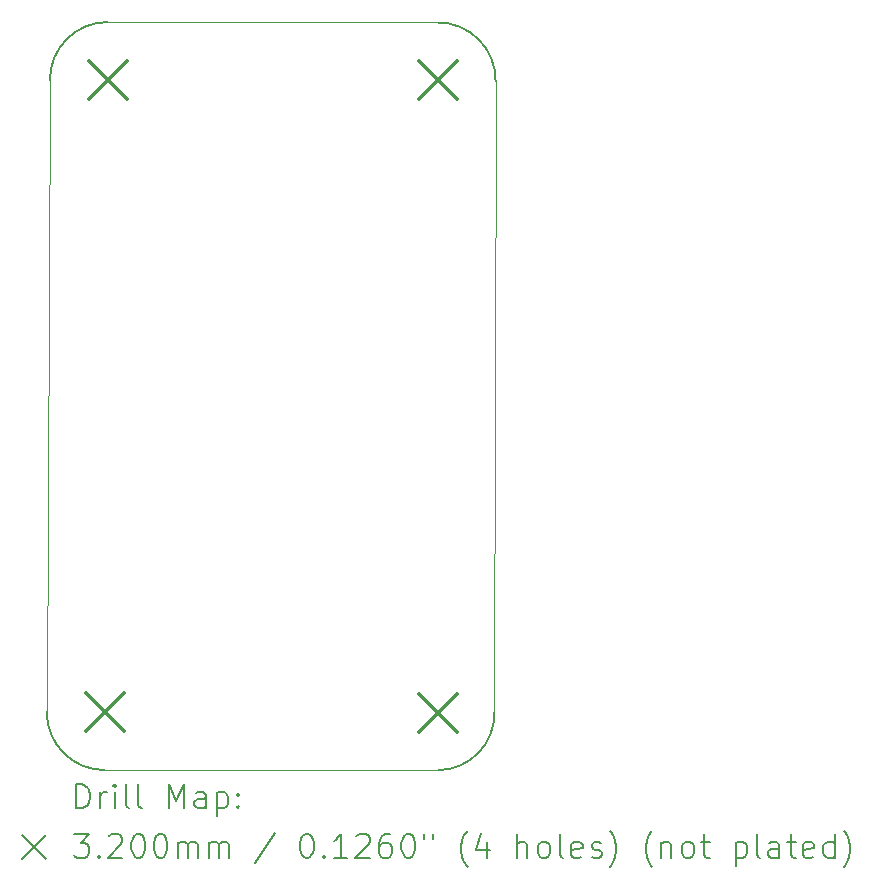
<source format=gbr>
%TF.GenerationSoftware,KiCad,Pcbnew,7.0.7*%
%TF.CreationDate,2023-10-16T17:55:10+02:00*%
%TF.ProjectId,arduino-nano-radio-receiver,61726475-696e-46f2-9d6e-616e6f2d7261,0*%
%TF.SameCoordinates,Original*%
%TF.FileFunction,Drillmap*%
%TF.FilePolarity,Positive*%
%FSLAX45Y45*%
G04 Gerber Fmt 4.5, Leading zero omitted, Abs format (unit mm)*
G04 Created by KiCad (PCBNEW 7.0.7) date 2023-10-16 17:55:10*
%MOMM*%
%LPD*%
G01*
G04 APERTURE LIST*
%ADD10C,0.100000*%
%ADD11C,0.200000*%
%ADD12C,0.320000*%
G04 APERTURE END LIST*
D10*
X7920000Y-8950000D02*
X7946482Y-3596482D01*
D11*
X8436482Y-3106482D02*
G75*
G03*
X7946482Y-3596482I0J-490000D01*
G01*
D10*
X8436482Y-3106482D02*
X11230000Y-3109974D01*
X8410000Y-9440000D02*
X11240000Y-9440000D01*
X11720000Y-3605000D02*
X11710008Y-8950400D01*
D11*
X11720000Y-3605000D02*
G75*
G03*
X11230000Y-3109974I-490000J5000D01*
G01*
X7920000Y-8950000D02*
G75*
G03*
X8410000Y-9440000I490000J0D01*
G01*
X11240000Y-9440000D02*
G75*
G03*
X11710008Y-8950400I-10000J480000D01*
G01*
D12*
X8250000Y-8790000D02*
X8570000Y-9110000D01*
X8570000Y-8790000D02*
X8250000Y-9110000D01*
X8276482Y-3436482D02*
X8596482Y-3756482D01*
X8596482Y-3436482D02*
X8276482Y-3756482D01*
X11070000Y-3440000D02*
X11390000Y-3760000D01*
X11390000Y-3440000D02*
X11070000Y-3760000D01*
X11070000Y-8800000D02*
X11390000Y-9120000D01*
X11390000Y-8800000D02*
X11070000Y-9120000D01*
D11*
X8170777Y-9761484D02*
X8170777Y-9561484D01*
X8170777Y-9561484D02*
X8218396Y-9561484D01*
X8218396Y-9561484D02*
X8246967Y-9571008D01*
X8246967Y-9571008D02*
X8266015Y-9590055D01*
X8266015Y-9590055D02*
X8275539Y-9609103D01*
X8275539Y-9609103D02*
X8285062Y-9647198D01*
X8285062Y-9647198D02*
X8285062Y-9675770D01*
X8285062Y-9675770D02*
X8275539Y-9713865D01*
X8275539Y-9713865D02*
X8266015Y-9732912D01*
X8266015Y-9732912D02*
X8246967Y-9751960D01*
X8246967Y-9751960D02*
X8218396Y-9761484D01*
X8218396Y-9761484D02*
X8170777Y-9761484D01*
X8370777Y-9761484D02*
X8370777Y-9628150D01*
X8370777Y-9666246D02*
X8380301Y-9647198D01*
X8380301Y-9647198D02*
X8389824Y-9637674D01*
X8389824Y-9637674D02*
X8408872Y-9628150D01*
X8408872Y-9628150D02*
X8427920Y-9628150D01*
X8494586Y-9761484D02*
X8494586Y-9628150D01*
X8494586Y-9561484D02*
X8485063Y-9571008D01*
X8485063Y-9571008D02*
X8494586Y-9580531D01*
X8494586Y-9580531D02*
X8504110Y-9571008D01*
X8504110Y-9571008D02*
X8494586Y-9561484D01*
X8494586Y-9561484D02*
X8494586Y-9580531D01*
X8618396Y-9761484D02*
X8599348Y-9751960D01*
X8599348Y-9751960D02*
X8589824Y-9732912D01*
X8589824Y-9732912D02*
X8589824Y-9561484D01*
X8723158Y-9761484D02*
X8704110Y-9751960D01*
X8704110Y-9751960D02*
X8694586Y-9732912D01*
X8694586Y-9732912D02*
X8694586Y-9561484D01*
X8951729Y-9761484D02*
X8951729Y-9561484D01*
X8951729Y-9561484D02*
X9018396Y-9704341D01*
X9018396Y-9704341D02*
X9085063Y-9561484D01*
X9085063Y-9561484D02*
X9085063Y-9761484D01*
X9266015Y-9761484D02*
X9266015Y-9656722D01*
X9266015Y-9656722D02*
X9256491Y-9637674D01*
X9256491Y-9637674D02*
X9237444Y-9628150D01*
X9237444Y-9628150D02*
X9199348Y-9628150D01*
X9199348Y-9628150D02*
X9180301Y-9637674D01*
X9266015Y-9751960D02*
X9246967Y-9761484D01*
X9246967Y-9761484D02*
X9199348Y-9761484D01*
X9199348Y-9761484D02*
X9180301Y-9751960D01*
X9180301Y-9751960D02*
X9170777Y-9732912D01*
X9170777Y-9732912D02*
X9170777Y-9713865D01*
X9170777Y-9713865D02*
X9180301Y-9694817D01*
X9180301Y-9694817D02*
X9199348Y-9685293D01*
X9199348Y-9685293D02*
X9246967Y-9685293D01*
X9246967Y-9685293D02*
X9266015Y-9675770D01*
X9361253Y-9628150D02*
X9361253Y-9828150D01*
X9361253Y-9637674D02*
X9380301Y-9628150D01*
X9380301Y-9628150D02*
X9418396Y-9628150D01*
X9418396Y-9628150D02*
X9437444Y-9637674D01*
X9437444Y-9637674D02*
X9446967Y-9647198D01*
X9446967Y-9647198D02*
X9456491Y-9666246D01*
X9456491Y-9666246D02*
X9456491Y-9723389D01*
X9456491Y-9723389D02*
X9446967Y-9742436D01*
X9446967Y-9742436D02*
X9437444Y-9751960D01*
X9437444Y-9751960D02*
X9418396Y-9761484D01*
X9418396Y-9761484D02*
X9380301Y-9761484D01*
X9380301Y-9761484D02*
X9361253Y-9751960D01*
X9542205Y-9742436D02*
X9551729Y-9751960D01*
X9551729Y-9751960D02*
X9542205Y-9761484D01*
X9542205Y-9761484D02*
X9532682Y-9751960D01*
X9532682Y-9751960D02*
X9542205Y-9742436D01*
X9542205Y-9742436D02*
X9542205Y-9761484D01*
X9542205Y-9637674D02*
X9551729Y-9647198D01*
X9551729Y-9647198D02*
X9542205Y-9656722D01*
X9542205Y-9656722D02*
X9532682Y-9647198D01*
X9532682Y-9647198D02*
X9542205Y-9637674D01*
X9542205Y-9637674D02*
X9542205Y-9656722D01*
X7710000Y-9990000D02*
X7910000Y-10190000D01*
X7910000Y-9990000D02*
X7710000Y-10190000D01*
X8151729Y-9981484D02*
X8275539Y-9981484D01*
X8275539Y-9981484D02*
X8208872Y-10057674D01*
X8208872Y-10057674D02*
X8237443Y-10057674D01*
X8237443Y-10057674D02*
X8256491Y-10067198D01*
X8256491Y-10067198D02*
X8266015Y-10076722D01*
X8266015Y-10076722D02*
X8275539Y-10095770D01*
X8275539Y-10095770D02*
X8275539Y-10143389D01*
X8275539Y-10143389D02*
X8266015Y-10162436D01*
X8266015Y-10162436D02*
X8256491Y-10171960D01*
X8256491Y-10171960D02*
X8237443Y-10181484D01*
X8237443Y-10181484D02*
X8180301Y-10181484D01*
X8180301Y-10181484D02*
X8161253Y-10171960D01*
X8161253Y-10171960D02*
X8151729Y-10162436D01*
X8361253Y-10162436D02*
X8370777Y-10171960D01*
X8370777Y-10171960D02*
X8361253Y-10181484D01*
X8361253Y-10181484D02*
X8351729Y-10171960D01*
X8351729Y-10171960D02*
X8361253Y-10162436D01*
X8361253Y-10162436D02*
X8361253Y-10181484D01*
X8446967Y-10000531D02*
X8456491Y-9991008D01*
X8456491Y-9991008D02*
X8475539Y-9981484D01*
X8475539Y-9981484D02*
X8523158Y-9981484D01*
X8523158Y-9981484D02*
X8542205Y-9991008D01*
X8542205Y-9991008D02*
X8551729Y-10000531D01*
X8551729Y-10000531D02*
X8561253Y-10019579D01*
X8561253Y-10019579D02*
X8561253Y-10038627D01*
X8561253Y-10038627D02*
X8551729Y-10067198D01*
X8551729Y-10067198D02*
X8437444Y-10181484D01*
X8437444Y-10181484D02*
X8561253Y-10181484D01*
X8685063Y-9981484D02*
X8704110Y-9981484D01*
X8704110Y-9981484D02*
X8723158Y-9991008D01*
X8723158Y-9991008D02*
X8732682Y-10000531D01*
X8732682Y-10000531D02*
X8742205Y-10019579D01*
X8742205Y-10019579D02*
X8751729Y-10057674D01*
X8751729Y-10057674D02*
X8751729Y-10105293D01*
X8751729Y-10105293D02*
X8742205Y-10143389D01*
X8742205Y-10143389D02*
X8732682Y-10162436D01*
X8732682Y-10162436D02*
X8723158Y-10171960D01*
X8723158Y-10171960D02*
X8704110Y-10181484D01*
X8704110Y-10181484D02*
X8685063Y-10181484D01*
X8685063Y-10181484D02*
X8666015Y-10171960D01*
X8666015Y-10171960D02*
X8656491Y-10162436D01*
X8656491Y-10162436D02*
X8646967Y-10143389D01*
X8646967Y-10143389D02*
X8637444Y-10105293D01*
X8637444Y-10105293D02*
X8637444Y-10057674D01*
X8637444Y-10057674D02*
X8646967Y-10019579D01*
X8646967Y-10019579D02*
X8656491Y-10000531D01*
X8656491Y-10000531D02*
X8666015Y-9991008D01*
X8666015Y-9991008D02*
X8685063Y-9981484D01*
X8875539Y-9981484D02*
X8894586Y-9981484D01*
X8894586Y-9981484D02*
X8913634Y-9991008D01*
X8913634Y-9991008D02*
X8923158Y-10000531D01*
X8923158Y-10000531D02*
X8932682Y-10019579D01*
X8932682Y-10019579D02*
X8942205Y-10057674D01*
X8942205Y-10057674D02*
X8942205Y-10105293D01*
X8942205Y-10105293D02*
X8932682Y-10143389D01*
X8932682Y-10143389D02*
X8923158Y-10162436D01*
X8923158Y-10162436D02*
X8913634Y-10171960D01*
X8913634Y-10171960D02*
X8894586Y-10181484D01*
X8894586Y-10181484D02*
X8875539Y-10181484D01*
X8875539Y-10181484D02*
X8856491Y-10171960D01*
X8856491Y-10171960D02*
X8846967Y-10162436D01*
X8846967Y-10162436D02*
X8837444Y-10143389D01*
X8837444Y-10143389D02*
X8827920Y-10105293D01*
X8827920Y-10105293D02*
X8827920Y-10057674D01*
X8827920Y-10057674D02*
X8837444Y-10019579D01*
X8837444Y-10019579D02*
X8846967Y-10000531D01*
X8846967Y-10000531D02*
X8856491Y-9991008D01*
X8856491Y-9991008D02*
X8875539Y-9981484D01*
X9027920Y-10181484D02*
X9027920Y-10048150D01*
X9027920Y-10067198D02*
X9037444Y-10057674D01*
X9037444Y-10057674D02*
X9056491Y-10048150D01*
X9056491Y-10048150D02*
X9085063Y-10048150D01*
X9085063Y-10048150D02*
X9104110Y-10057674D01*
X9104110Y-10057674D02*
X9113634Y-10076722D01*
X9113634Y-10076722D02*
X9113634Y-10181484D01*
X9113634Y-10076722D02*
X9123158Y-10057674D01*
X9123158Y-10057674D02*
X9142205Y-10048150D01*
X9142205Y-10048150D02*
X9170777Y-10048150D01*
X9170777Y-10048150D02*
X9189825Y-10057674D01*
X9189825Y-10057674D02*
X9199348Y-10076722D01*
X9199348Y-10076722D02*
X9199348Y-10181484D01*
X9294586Y-10181484D02*
X9294586Y-10048150D01*
X9294586Y-10067198D02*
X9304110Y-10057674D01*
X9304110Y-10057674D02*
X9323158Y-10048150D01*
X9323158Y-10048150D02*
X9351729Y-10048150D01*
X9351729Y-10048150D02*
X9370777Y-10057674D01*
X9370777Y-10057674D02*
X9380301Y-10076722D01*
X9380301Y-10076722D02*
X9380301Y-10181484D01*
X9380301Y-10076722D02*
X9389825Y-10057674D01*
X9389825Y-10057674D02*
X9408872Y-10048150D01*
X9408872Y-10048150D02*
X9437444Y-10048150D01*
X9437444Y-10048150D02*
X9456491Y-10057674D01*
X9456491Y-10057674D02*
X9466015Y-10076722D01*
X9466015Y-10076722D02*
X9466015Y-10181484D01*
X9856491Y-9971960D02*
X9685063Y-10229103D01*
X10113634Y-9981484D02*
X10132682Y-9981484D01*
X10132682Y-9981484D02*
X10151729Y-9991008D01*
X10151729Y-9991008D02*
X10161253Y-10000531D01*
X10161253Y-10000531D02*
X10170777Y-10019579D01*
X10170777Y-10019579D02*
X10180301Y-10057674D01*
X10180301Y-10057674D02*
X10180301Y-10105293D01*
X10180301Y-10105293D02*
X10170777Y-10143389D01*
X10170777Y-10143389D02*
X10161253Y-10162436D01*
X10161253Y-10162436D02*
X10151729Y-10171960D01*
X10151729Y-10171960D02*
X10132682Y-10181484D01*
X10132682Y-10181484D02*
X10113634Y-10181484D01*
X10113634Y-10181484D02*
X10094587Y-10171960D01*
X10094587Y-10171960D02*
X10085063Y-10162436D01*
X10085063Y-10162436D02*
X10075539Y-10143389D01*
X10075539Y-10143389D02*
X10066015Y-10105293D01*
X10066015Y-10105293D02*
X10066015Y-10057674D01*
X10066015Y-10057674D02*
X10075539Y-10019579D01*
X10075539Y-10019579D02*
X10085063Y-10000531D01*
X10085063Y-10000531D02*
X10094587Y-9991008D01*
X10094587Y-9991008D02*
X10113634Y-9981484D01*
X10266015Y-10162436D02*
X10275539Y-10171960D01*
X10275539Y-10171960D02*
X10266015Y-10181484D01*
X10266015Y-10181484D02*
X10256491Y-10171960D01*
X10256491Y-10171960D02*
X10266015Y-10162436D01*
X10266015Y-10162436D02*
X10266015Y-10181484D01*
X10466015Y-10181484D02*
X10351729Y-10181484D01*
X10408872Y-10181484D02*
X10408872Y-9981484D01*
X10408872Y-9981484D02*
X10389825Y-10010055D01*
X10389825Y-10010055D02*
X10370777Y-10029103D01*
X10370777Y-10029103D02*
X10351729Y-10038627D01*
X10542206Y-10000531D02*
X10551729Y-9991008D01*
X10551729Y-9991008D02*
X10570777Y-9981484D01*
X10570777Y-9981484D02*
X10618396Y-9981484D01*
X10618396Y-9981484D02*
X10637444Y-9991008D01*
X10637444Y-9991008D02*
X10646968Y-10000531D01*
X10646968Y-10000531D02*
X10656491Y-10019579D01*
X10656491Y-10019579D02*
X10656491Y-10038627D01*
X10656491Y-10038627D02*
X10646968Y-10067198D01*
X10646968Y-10067198D02*
X10532682Y-10181484D01*
X10532682Y-10181484D02*
X10656491Y-10181484D01*
X10827920Y-9981484D02*
X10789825Y-9981484D01*
X10789825Y-9981484D02*
X10770777Y-9991008D01*
X10770777Y-9991008D02*
X10761253Y-10000531D01*
X10761253Y-10000531D02*
X10742206Y-10029103D01*
X10742206Y-10029103D02*
X10732682Y-10067198D01*
X10732682Y-10067198D02*
X10732682Y-10143389D01*
X10732682Y-10143389D02*
X10742206Y-10162436D01*
X10742206Y-10162436D02*
X10751729Y-10171960D01*
X10751729Y-10171960D02*
X10770777Y-10181484D01*
X10770777Y-10181484D02*
X10808872Y-10181484D01*
X10808872Y-10181484D02*
X10827920Y-10171960D01*
X10827920Y-10171960D02*
X10837444Y-10162436D01*
X10837444Y-10162436D02*
X10846968Y-10143389D01*
X10846968Y-10143389D02*
X10846968Y-10095770D01*
X10846968Y-10095770D02*
X10837444Y-10076722D01*
X10837444Y-10076722D02*
X10827920Y-10067198D01*
X10827920Y-10067198D02*
X10808872Y-10057674D01*
X10808872Y-10057674D02*
X10770777Y-10057674D01*
X10770777Y-10057674D02*
X10751729Y-10067198D01*
X10751729Y-10067198D02*
X10742206Y-10076722D01*
X10742206Y-10076722D02*
X10732682Y-10095770D01*
X10970777Y-9981484D02*
X10989825Y-9981484D01*
X10989825Y-9981484D02*
X11008872Y-9991008D01*
X11008872Y-9991008D02*
X11018396Y-10000531D01*
X11018396Y-10000531D02*
X11027920Y-10019579D01*
X11027920Y-10019579D02*
X11037444Y-10057674D01*
X11037444Y-10057674D02*
X11037444Y-10105293D01*
X11037444Y-10105293D02*
X11027920Y-10143389D01*
X11027920Y-10143389D02*
X11018396Y-10162436D01*
X11018396Y-10162436D02*
X11008872Y-10171960D01*
X11008872Y-10171960D02*
X10989825Y-10181484D01*
X10989825Y-10181484D02*
X10970777Y-10181484D01*
X10970777Y-10181484D02*
X10951729Y-10171960D01*
X10951729Y-10171960D02*
X10942206Y-10162436D01*
X10942206Y-10162436D02*
X10932682Y-10143389D01*
X10932682Y-10143389D02*
X10923158Y-10105293D01*
X10923158Y-10105293D02*
X10923158Y-10057674D01*
X10923158Y-10057674D02*
X10932682Y-10019579D01*
X10932682Y-10019579D02*
X10942206Y-10000531D01*
X10942206Y-10000531D02*
X10951729Y-9991008D01*
X10951729Y-9991008D02*
X10970777Y-9981484D01*
X11113634Y-9981484D02*
X11113634Y-10019579D01*
X11189825Y-9981484D02*
X11189825Y-10019579D01*
X11485063Y-10257674D02*
X11475539Y-10248150D01*
X11475539Y-10248150D02*
X11456491Y-10219579D01*
X11456491Y-10219579D02*
X11446968Y-10200531D01*
X11446968Y-10200531D02*
X11437444Y-10171960D01*
X11437444Y-10171960D02*
X11427920Y-10124341D01*
X11427920Y-10124341D02*
X11427920Y-10086246D01*
X11427920Y-10086246D02*
X11437444Y-10038627D01*
X11437444Y-10038627D02*
X11446968Y-10010055D01*
X11446968Y-10010055D02*
X11456491Y-9991008D01*
X11456491Y-9991008D02*
X11475539Y-9962436D01*
X11475539Y-9962436D02*
X11485063Y-9952912D01*
X11646968Y-10048150D02*
X11646968Y-10181484D01*
X11599348Y-9971960D02*
X11551729Y-10114817D01*
X11551729Y-10114817D02*
X11675539Y-10114817D01*
X11904110Y-10181484D02*
X11904110Y-9981484D01*
X11989825Y-10181484D02*
X11989825Y-10076722D01*
X11989825Y-10076722D02*
X11980301Y-10057674D01*
X11980301Y-10057674D02*
X11961253Y-10048150D01*
X11961253Y-10048150D02*
X11932682Y-10048150D01*
X11932682Y-10048150D02*
X11913634Y-10057674D01*
X11913634Y-10057674D02*
X11904110Y-10067198D01*
X12113634Y-10181484D02*
X12094587Y-10171960D01*
X12094587Y-10171960D02*
X12085063Y-10162436D01*
X12085063Y-10162436D02*
X12075539Y-10143389D01*
X12075539Y-10143389D02*
X12075539Y-10086246D01*
X12075539Y-10086246D02*
X12085063Y-10067198D01*
X12085063Y-10067198D02*
X12094587Y-10057674D01*
X12094587Y-10057674D02*
X12113634Y-10048150D01*
X12113634Y-10048150D02*
X12142206Y-10048150D01*
X12142206Y-10048150D02*
X12161253Y-10057674D01*
X12161253Y-10057674D02*
X12170777Y-10067198D01*
X12170777Y-10067198D02*
X12180301Y-10086246D01*
X12180301Y-10086246D02*
X12180301Y-10143389D01*
X12180301Y-10143389D02*
X12170777Y-10162436D01*
X12170777Y-10162436D02*
X12161253Y-10171960D01*
X12161253Y-10171960D02*
X12142206Y-10181484D01*
X12142206Y-10181484D02*
X12113634Y-10181484D01*
X12294587Y-10181484D02*
X12275539Y-10171960D01*
X12275539Y-10171960D02*
X12266015Y-10152912D01*
X12266015Y-10152912D02*
X12266015Y-9981484D01*
X12446968Y-10171960D02*
X12427920Y-10181484D01*
X12427920Y-10181484D02*
X12389825Y-10181484D01*
X12389825Y-10181484D02*
X12370777Y-10171960D01*
X12370777Y-10171960D02*
X12361253Y-10152912D01*
X12361253Y-10152912D02*
X12361253Y-10076722D01*
X12361253Y-10076722D02*
X12370777Y-10057674D01*
X12370777Y-10057674D02*
X12389825Y-10048150D01*
X12389825Y-10048150D02*
X12427920Y-10048150D01*
X12427920Y-10048150D02*
X12446968Y-10057674D01*
X12446968Y-10057674D02*
X12456491Y-10076722D01*
X12456491Y-10076722D02*
X12456491Y-10095770D01*
X12456491Y-10095770D02*
X12361253Y-10114817D01*
X12532682Y-10171960D02*
X12551730Y-10181484D01*
X12551730Y-10181484D02*
X12589825Y-10181484D01*
X12589825Y-10181484D02*
X12608872Y-10171960D01*
X12608872Y-10171960D02*
X12618396Y-10152912D01*
X12618396Y-10152912D02*
X12618396Y-10143389D01*
X12618396Y-10143389D02*
X12608872Y-10124341D01*
X12608872Y-10124341D02*
X12589825Y-10114817D01*
X12589825Y-10114817D02*
X12561253Y-10114817D01*
X12561253Y-10114817D02*
X12542206Y-10105293D01*
X12542206Y-10105293D02*
X12532682Y-10086246D01*
X12532682Y-10086246D02*
X12532682Y-10076722D01*
X12532682Y-10076722D02*
X12542206Y-10057674D01*
X12542206Y-10057674D02*
X12561253Y-10048150D01*
X12561253Y-10048150D02*
X12589825Y-10048150D01*
X12589825Y-10048150D02*
X12608872Y-10057674D01*
X12685063Y-10257674D02*
X12694587Y-10248150D01*
X12694587Y-10248150D02*
X12713634Y-10219579D01*
X12713634Y-10219579D02*
X12723158Y-10200531D01*
X12723158Y-10200531D02*
X12732682Y-10171960D01*
X12732682Y-10171960D02*
X12742206Y-10124341D01*
X12742206Y-10124341D02*
X12742206Y-10086246D01*
X12742206Y-10086246D02*
X12732682Y-10038627D01*
X12732682Y-10038627D02*
X12723158Y-10010055D01*
X12723158Y-10010055D02*
X12713634Y-9991008D01*
X12713634Y-9991008D02*
X12694587Y-9962436D01*
X12694587Y-9962436D02*
X12685063Y-9952912D01*
X13046968Y-10257674D02*
X13037444Y-10248150D01*
X13037444Y-10248150D02*
X13018396Y-10219579D01*
X13018396Y-10219579D02*
X13008872Y-10200531D01*
X13008872Y-10200531D02*
X12999349Y-10171960D01*
X12999349Y-10171960D02*
X12989825Y-10124341D01*
X12989825Y-10124341D02*
X12989825Y-10086246D01*
X12989825Y-10086246D02*
X12999349Y-10038627D01*
X12999349Y-10038627D02*
X13008872Y-10010055D01*
X13008872Y-10010055D02*
X13018396Y-9991008D01*
X13018396Y-9991008D02*
X13037444Y-9962436D01*
X13037444Y-9962436D02*
X13046968Y-9952912D01*
X13123158Y-10048150D02*
X13123158Y-10181484D01*
X13123158Y-10067198D02*
X13132682Y-10057674D01*
X13132682Y-10057674D02*
X13151730Y-10048150D01*
X13151730Y-10048150D02*
X13180301Y-10048150D01*
X13180301Y-10048150D02*
X13199349Y-10057674D01*
X13199349Y-10057674D02*
X13208872Y-10076722D01*
X13208872Y-10076722D02*
X13208872Y-10181484D01*
X13332682Y-10181484D02*
X13313634Y-10171960D01*
X13313634Y-10171960D02*
X13304111Y-10162436D01*
X13304111Y-10162436D02*
X13294587Y-10143389D01*
X13294587Y-10143389D02*
X13294587Y-10086246D01*
X13294587Y-10086246D02*
X13304111Y-10067198D01*
X13304111Y-10067198D02*
X13313634Y-10057674D01*
X13313634Y-10057674D02*
X13332682Y-10048150D01*
X13332682Y-10048150D02*
X13361253Y-10048150D01*
X13361253Y-10048150D02*
X13380301Y-10057674D01*
X13380301Y-10057674D02*
X13389825Y-10067198D01*
X13389825Y-10067198D02*
X13399349Y-10086246D01*
X13399349Y-10086246D02*
X13399349Y-10143389D01*
X13399349Y-10143389D02*
X13389825Y-10162436D01*
X13389825Y-10162436D02*
X13380301Y-10171960D01*
X13380301Y-10171960D02*
X13361253Y-10181484D01*
X13361253Y-10181484D02*
X13332682Y-10181484D01*
X13456492Y-10048150D02*
X13532682Y-10048150D01*
X13485063Y-9981484D02*
X13485063Y-10152912D01*
X13485063Y-10152912D02*
X13494587Y-10171960D01*
X13494587Y-10171960D02*
X13513634Y-10181484D01*
X13513634Y-10181484D02*
X13532682Y-10181484D01*
X13751730Y-10048150D02*
X13751730Y-10248150D01*
X13751730Y-10057674D02*
X13770777Y-10048150D01*
X13770777Y-10048150D02*
X13808873Y-10048150D01*
X13808873Y-10048150D02*
X13827920Y-10057674D01*
X13827920Y-10057674D02*
X13837444Y-10067198D01*
X13837444Y-10067198D02*
X13846968Y-10086246D01*
X13846968Y-10086246D02*
X13846968Y-10143389D01*
X13846968Y-10143389D02*
X13837444Y-10162436D01*
X13837444Y-10162436D02*
X13827920Y-10171960D01*
X13827920Y-10171960D02*
X13808873Y-10181484D01*
X13808873Y-10181484D02*
X13770777Y-10181484D01*
X13770777Y-10181484D02*
X13751730Y-10171960D01*
X13961253Y-10181484D02*
X13942206Y-10171960D01*
X13942206Y-10171960D02*
X13932682Y-10152912D01*
X13932682Y-10152912D02*
X13932682Y-9981484D01*
X14123158Y-10181484D02*
X14123158Y-10076722D01*
X14123158Y-10076722D02*
X14113634Y-10057674D01*
X14113634Y-10057674D02*
X14094587Y-10048150D01*
X14094587Y-10048150D02*
X14056492Y-10048150D01*
X14056492Y-10048150D02*
X14037444Y-10057674D01*
X14123158Y-10171960D02*
X14104111Y-10181484D01*
X14104111Y-10181484D02*
X14056492Y-10181484D01*
X14056492Y-10181484D02*
X14037444Y-10171960D01*
X14037444Y-10171960D02*
X14027920Y-10152912D01*
X14027920Y-10152912D02*
X14027920Y-10133865D01*
X14027920Y-10133865D02*
X14037444Y-10114817D01*
X14037444Y-10114817D02*
X14056492Y-10105293D01*
X14056492Y-10105293D02*
X14104111Y-10105293D01*
X14104111Y-10105293D02*
X14123158Y-10095770D01*
X14189825Y-10048150D02*
X14266015Y-10048150D01*
X14218396Y-9981484D02*
X14218396Y-10152912D01*
X14218396Y-10152912D02*
X14227920Y-10171960D01*
X14227920Y-10171960D02*
X14246968Y-10181484D01*
X14246968Y-10181484D02*
X14266015Y-10181484D01*
X14408873Y-10171960D02*
X14389825Y-10181484D01*
X14389825Y-10181484D02*
X14351730Y-10181484D01*
X14351730Y-10181484D02*
X14332682Y-10171960D01*
X14332682Y-10171960D02*
X14323158Y-10152912D01*
X14323158Y-10152912D02*
X14323158Y-10076722D01*
X14323158Y-10076722D02*
X14332682Y-10057674D01*
X14332682Y-10057674D02*
X14351730Y-10048150D01*
X14351730Y-10048150D02*
X14389825Y-10048150D01*
X14389825Y-10048150D02*
X14408873Y-10057674D01*
X14408873Y-10057674D02*
X14418396Y-10076722D01*
X14418396Y-10076722D02*
X14418396Y-10095770D01*
X14418396Y-10095770D02*
X14323158Y-10114817D01*
X14589825Y-10181484D02*
X14589825Y-9981484D01*
X14589825Y-10171960D02*
X14570777Y-10181484D01*
X14570777Y-10181484D02*
X14532682Y-10181484D01*
X14532682Y-10181484D02*
X14513634Y-10171960D01*
X14513634Y-10171960D02*
X14504111Y-10162436D01*
X14504111Y-10162436D02*
X14494587Y-10143389D01*
X14494587Y-10143389D02*
X14494587Y-10086246D01*
X14494587Y-10086246D02*
X14504111Y-10067198D01*
X14504111Y-10067198D02*
X14513634Y-10057674D01*
X14513634Y-10057674D02*
X14532682Y-10048150D01*
X14532682Y-10048150D02*
X14570777Y-10048150D01*
X14570777Y-10048150D02*
X14589825Y-10057674D01*
X14666015Y-10257674D02*
X14675539Y-10248150D01*
X14675539Y-10248150D02*
X14694587Y-10219579D01*
X14694587Y-10219579D02*
X14704111Y-10200531D01*
X14704111Y-10200531D02*
X14713634Y-10171960D01*
X14713634Y-10171960D02*
X14723158Y-10124341D01*
X14723158Y-10124341D02*
X14723158Y-10086246D01*
X14723158Y-10086246D02*
X14713634Y-10038627D01*
X14713634Y-10038627D02*
X14704111Y-10010055D01*
X14704111Y-10010055D02*
X14694587Y-9991008D01*
X14694587Y-9991008D02*
X14675539Y-9962436D01*
X14675539Y-9962436D02*
X14666015Y-9952912D01*
M02*

</source>
